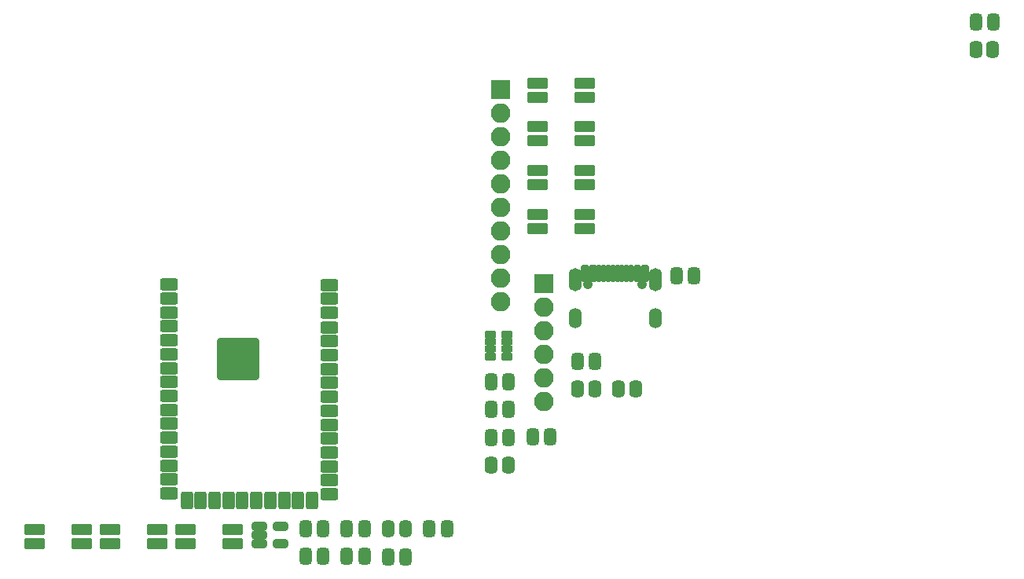
<source format=gbr>
%TF.GenerationSoftware,KiCad,Pcbnew,(6.99.0-1239-g6d82490b59-dirty)*%
%TF.CreationDate,2022-03-22T11:17:59-05:00*%
%TF.ProjectId,LayoutBottom,4c61796f-7574-4426-9f74-746f6d2e6b69,rev?*%
%TF.SameCoordinates,Original*%
%TF.FileFunction,Soldermask,Top*%
%TF.FilePolarity,Negative*%
%FSLAX46Y46*%
G04 Gerber Fmt 4.6, Leading zero omitted, Abs format (unit mm)*
G04 Created by KiCad (PCBNEW (6.99.0-1239-g6d82490b59-dirty)) date 2022-03-22 11:17:59*
%MOMM*%
%LPD*%
G01*
G04 APERTURE LIST*
G04 Aperture macros list*
%AMRoundRect*
0 Rectangle with rounded corners*
0 $1 Rounding radius*
0 $2 $3 $4 $5 $6 $7 $8 $9 X,Y pos of 4 corners*
0 Add a 4 corners polygon primitive as box body*
4,1,4,$2,$3,$4,$5,$6,$7,$8,$9,$2,$3,0*
0 Add four circle primitives for the rounded corners*
1,1,$1+$1,$2,$3*
1,1,$1+$1,$4,$5*
1,1,$1+$1,$6,$7*
1,1,$1+$1,$8,$9*
0 Add four rect primitives between the rounded corners*
20,1,$1+$1,$2,$3,$4,$5,0*
20,1,$1+$1,$4,$5,$6,$7,0*
20,1,$1+$1,$6,$7,$8,$9,0*
20,1,$1+$1,$8,$9,$2,$3,0*%
G04 Aperture macros list end*
%ADD10RoundRect,0.200000X-0.750000X-0.450000X0.750000X-0.450000X0.750000X0.450000X-0.750000X0.450000X0*%
%ADD11RoundRect,0.200000X0.750000X0.450000X-0.750000X0.450000X-0.750000X-0.450000X0.750000X-0.450000X0*%
%ADD12RoundRect,0.200000X-0.450000X-0.750000X0.450000X-0.750000X0.450000X0.750000X-0.450000X0.750000X0*%
%ADD13RoundRect,0.200000X-2.050000X-2.050000X2.050000X-2.050000X2.050000X2.050000X-2.050000X2.050000X0*%
%ADD14RoundRect,0.350000X-0.512500X-0.150000X0.512500X-0.150000X0.512500X0.150000X-0.512500X0.150000X0*%
%ADD15RoundRect,0.200000X-0.400000X-0.250000X0.400000X-0.250000X0.400000X0.250000X-0.400000X0.250000X0*%
%ADD16RoundRect,0.200000X-0.400000X-0.200000X0.400000X-0.200000X0.400000X0.200000X-0.400000X0.200000X0*%
%ADD17RoundRect,0.450000X-0.262500X-0.450000X0.262500X-0.450000X0.262500X0.450000X-0.262500X0.450000X0*%
%ADD18C,1.050000*%
%ADD19RoundRect,0.200000X-0.125000X-0.700000X0.125000X-0.700000X0.125000X0.700000X-0.125000X0.700000X0*%
%ADD20O,1.400000X2.500000*%
%ADD21O,1.400000X2.200000*%
%ADD22RoundRect,0.200000X-0.850000X-0.850000X0.850000X-0.850000X0.850000X0.850000X-0.850000X0.850000X0*%
%ADD23O,2.100000X2.100000*%
%ADD24RoundRect,0.200000X-0.900000X-0.410000X0.900000X-0.410000X0.900000X0.410000X-0.900000X0.410000X0*%
%ADD25RoundRect,0.443750X-0.243750X-0.456250X0.243750X-0.456250X0.243750X0.456250X-0.243750X0.456250X0*%
%ADD26RoundRect,0.450000X-0.250000X-0.475000X0.250000X-0.475000X0.250000X0.475000X-0.250000X0.475000X0*%
G04 APERTURE END LIST*
D10*
%TO.C,U2*%
X189600000Y-74795000D03*
X189600000Y-76295000D03*
X189600000Y-77795000D03*
X189600000Y-79295000D03*
X189600000Y-80795000D03*
X189600000Y-82295000D03*
X189600000Y-83795000D03*
X189600000Y-85295000D03*
X189600000Y-86795000D03*
X189600000Y-88295000D03*
X189600000Y-89795000D03*
X189600000Y-91295000D03*
X189600000Y-92795000D03*
X189600000Y-94295000D03*
D11*
X189600000Y-95795000D03*
X189600000Y-97295000D03*
D12*
X191475000Y-98045000D03*
X192975000Y-98045000D03*
X194475000Y-98045000D03*
X195975000Y-98045000D03*
X197475000Y-98045000D03*
X198975000Y-98045000D03*
X200475000Y-98045000D03*
X201975000Y-98045000D03*
X203475000Y-98045000D03*
X204975000Y-98045000D03*
D10*
X206850000Y-97395000D03*
X206850000Y-95895000D03*
X206850000Y-94395000D03*
X206850000Y-92895000D03*
X206850000Y-91395000D03*
X206850000Y-89895000D03*
X206850000Y-88395000D03*
X206850000Y-86895000D03*
X206850000Y-85395000D03*
X206850000Y-83895000D03*
X206850000Y-82395000D03*
X206850000Y-80895000D03*
X206850000Y-79395000D03*
X206850000Y-77795000D03*
X206850000Y-76295000D03*
X206850000Y-74895000D03*
D13*
X197035000Y-82835000D03*
%TD*%
D14*
%TO.C,U1*%
X199277500Y-100840000D03*
X199277500Y-101790000D03*
X199277500Y-102740000D03*
X201552500Y-102740000D03*
X201552500Y-100840000D03*
%TD*%
D15*
%TO.C,RN1*%
X224175000Y-80150000D03*
D16*
X224175000Y-80950000D03*
X224175000Y-81750000D03*
D15*
X224175000Y-82550000D03*
X225975000Y-82550000D03*
D16*
X225975000Y-81750000D03*
X225975000Y-80950000D03*
D15*
X225975000Y-80150000D03*
%TD*%
D17*
%TO.C,R4*%
X233592500Y-86030000D03*
X235417500Y-86030000D03*
%TD*%
%TO.C,R3*%
X224292500Y-94230000D03*
X226117500Y-94230000D03*
%TD*%
%TO.C,R2*%
X276492500Y-49460000D03*
X278317500Y-49460000D03*
%TD*%
%TO.C,R1*%
X238002500Y-86030000D03*
X239827500Y-86030000D03*
%TD*%
D18*
%TO.C,P1*%
X240510000Y-74775000D03*
X234730000Y-74775000D03*
D19*
X234295000Y-73575000D03*
X235095000Y-73575000D03*
X236370000Y-73575000D03*
X237370000Y-73575000D03*
X237870000Y-73575000D03*
X235870000Y-73575000D03*
X240145000Y-73575000D03*
X240945000Y-73575000D03*
X240695000Y-73575000D03*
X239895000Y-73575000D03*
X239370000Y-73575000D03*
X238370000Y-73575000D03*
X236870000Y-73575000D03*
X238870000Y-73575000D03*
X235345000Y-73575000D03*
X234545000Y-73575000D03*
D20*
X241939999Y-74274999D03*
D21*
X233299999Y-78424999D03*
D20*
X233299999Y-74274999D03*
D21*
X241939999Y-78424999D03*
%TD*%
D22*
%TO.C,J5*%
X225325000Y-53800000D03*
D23*
X225324999Y-56339999D03*
X225324999Y-58879999D03*
X225324999Y-61419999D03*
X225324999Y-63959999D03*
X225324999Y-66499999D03*
X225324999Y-69039999D03*
X225324999Y-71579999D03*
X225324999Y-74119999D03*
X225324999Y-76659999D03*
%TD*%
D22*
%TO.C,J1*%
X229975000Y-74700000D03*
D23*
X229974999Y-77239999D03*
X229974999Y-79779999D03*
X229974999Y-82319999D03*
X229974999Y-84859999D03*
X229974999Y-87399999D03*
%TD*%
D24*
%TO.C,D8*%
X234385000Y-57780000D03*
X234385000Y-59315000D03*
X229285000Y-59315000D03*
X229285000Y-57780000D03*
%TD*%
%TO.C,D7*%
X234385000Y-62500000D03*
X234385000Y-64035000D03*
X229285000Y-64035000D03*
X229285000Y-62500000D03*
%TD*%
%TO.C,D6*%
X188315000Y-101150000D03*
X188315000Y-102685000D03*
X183215000Y-102685000D03*
X183215000Y-101150000D03*
%TD*%
%TO.C,D5*%
X234385000Y-67220000D03*
X234385000Y-68755000D03*
X229285000Y-68755000D03*
X229285000Y-67220000D03*
%TD*%
%TO.C,D4*%
X234385000Y-53060000D03*
X234385000Y-54595000D03*
X229285000Y-54595000D03*
X229285000Y-53060000D03*
%TD*%
%TO.C,D3*%
X180185000Y-101150000D03*
X180185000Y-102685000D03*
X175085000Y-102685000D03*
X175085000Y-101150000D03*
%TD*%
%TO.C,D2*%
X196445000Y-101150000D03*
X196445000Y-102685000D03*
X191345000Y-102685000D03*
X191345000Y-101150000D03*
%TD*%
D25*
%TO.C,D1*%
X213197500Y-101085000D03*
X215072500Y-101085000D03*
%TD*%
D26*
%TO.C,C13*%
X224275000Y-91250000D03*
X226175000Y-91250000D03*
%TD*%
%TO.C,C12*%
X224275000Y-88240000D03*
X226175000Y-88240000D03*
%TD*%
%TO.C,C11*%
X228725000Y-91230000D03*
X230625000Y-91230000D03*
%TD*%
%TO.C,C10*%
X233575000Y-83050000D03*
X235475000Y-83050000D03*
%TD*%
%TO.C,C9*%
X276475000Y-46480000D03*
X278375000Y-46480000D03*
%TD*%
%TO.C,C8*%
X208715000Y-101070000D03*
X210615000Y-101070000D03*
%TD*%
%TO.C,C7*%
X217615000Y-101070000D03*
X219515000Y-101070000D03*
%TD*%
%TO.C,C6*%
X244215000Y-73880000D03*
X246115000Y-73880000D03*
%TD*%
%TO.C,C5*%
X204265000Y-101070000D03*
X206165000Y-101070000D03*
%TD*%
%TO.C,C4*%
X204265000Y-104080000D03*
X206165000Y-104080000D03*
%TD*%
%TO.C,C3*%
X213165000Y-104110000D03*
X215065000Y-104110000D03*
%TD*%
%TO.C,C2*%
X208715000Y-104080000D03*
X210615000Y-104080000D03*
%TD*%
%TO.C,C1*%
X224275000Y-85230000D03*
X226175000Y-85230000D03*
%TD*%
M02*

</source>
